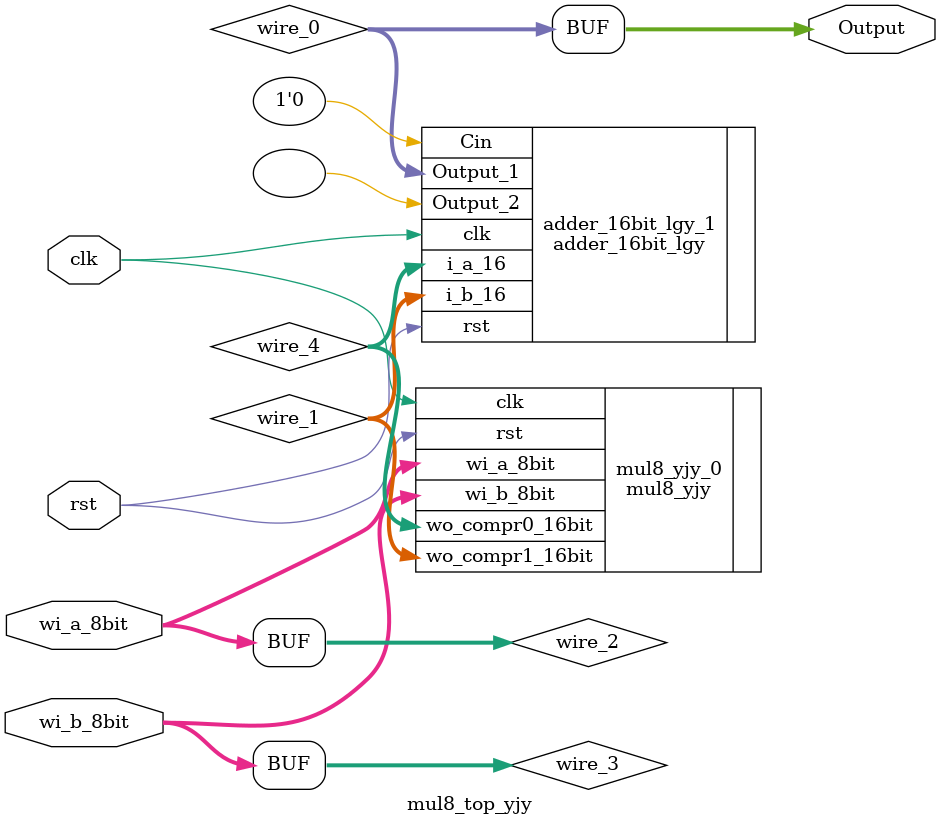
<source format=v>
module mul8_top_yjy (clk, rst, wi_a_8bit, wi_b_8bit, Output);
  parameter UUID = 0;
  parameter NAME = "";
  input wire clk;
  input wire rst;

  input  wire [7:0] wi_a_8bit;
  input  wire [7:0] wi_b_8bit;
  output  wire [15:0] Output;

  mul8_yjy # (.UUID(64'd4202796836192217428 ^ UUID)) mul8_yjy_0 (.clk(clk), .rst(rst), .wi_a_8bit(wire_2), .wi_b_8bit(wire_3), .wo_compr1_16bit(wire_1), .wo_compr0_16bit(wire_4));
  adder_16bit_lgy # (.UUID(64'd1889522664150162666 ^ UUID)) adder_16bit_lgy_1 (.clk(clk), .rst(rst), .i_a_16(wire_4), .i_b_16(wire_1), .Cin(1'd0), .Output_1(wire_0), .Output_2());

  wire [15:0] wire_0;
  assign Output = wire_0;
  wire [15:0] wire_1;
  wire [7:0] wire_2;
  assign wire_2 = wi_a_8bit;
  wire [7:0] wire_3;
  assign wire_3 = wi_b_8bit;
  wire [15:0] wire_4;

endmodule

</source>
